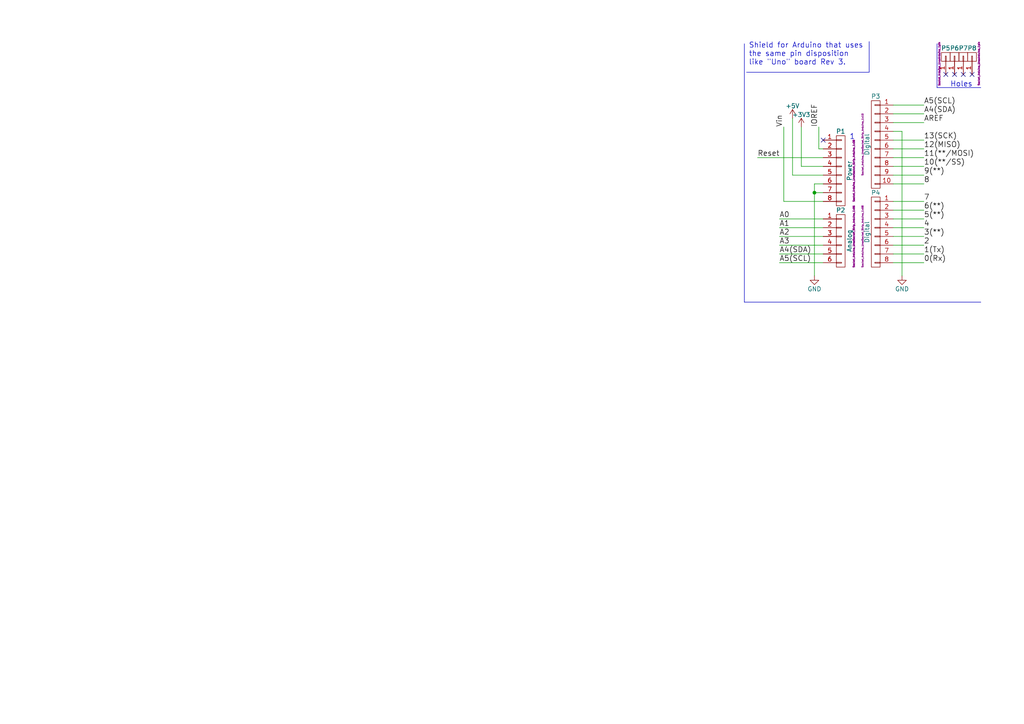
<source format=kicad_sch>
(kicad_sch (version 20230121) (generator eeschema)
  (paper "A4")
  (title_block (date "lun. 30 mars 2015"))
  (lib_symbols
    (symbol "Arduino_As_Uno-rescue:+3.3V" (power) (pin_names (offset 0))
      (property "Value" "+3.3V" (at 0 3.556 0))
      (symbol "+3.3V_0_1"
        (polyline (pts (xy -0.762 1.27) (xy 0 2.54)))
        (polyline (pts (xy 0 0) (xy 0 2.54)))
        (polyline (pts (xy 0 2.54) (xy 0.762 1.27)))
      )
      (symbol "+3.3V_1_1"
        (pin power_in line (at 0 0 90) (length 0) hide (name "+3V3") (number "1"))
      )
    )
    (symbol "Arduino_As_Uno-rescue:+5V" (power) (pin_names (offset 0))
      (property "Value" "+5V" (at 0 3.556 0))
      (symbol "+5V_0_1"
        (polyline (pts (xy -0.762 1.27) (xy 0 2.54)))
        (polyline (pts (xy 0 0) (xy 0 2.54)))
        (polyline (pts (xy 0 2.54) (xy 0.762 1.27)))
      )
      (symbol "+5V_1_1"
        (pin power_in line (at 0 0 90) (length 0) hide (name "+5V") (number "1"))
      )
    )
    (symbol "Arduino_As_Uno-rescue:CONN_01X01" (pin_names (offset 1.016) hide)
      (property "Reference" "P" (at 0 2.54 0))
      (property "Value" "CONN_01X01" (at 2.54 0 90))
      (symbol "CONN_01X01_0_1"
        (rectangle (start -1.27 0.127) (end 0.254 -0.127))
        (rectangle (start -1.27 1.27) (end 1.27 -1.27))
      )
      (symbol "CONN_01X01_1_1"
        (pin passive line (at -5.08 0 0) (length 3.81) (name "P1") (number "1"))
      )
    )
    (symbol "Arduino_As_Uno-rescue:CONN_01X06" (pin_names (offset 1.016) hide)
      (property "Reference" "P" (at 0 8.89 0))
      (property "Value" "CONN_01X06" (at 2.54 0 90))
      (symbol "CONN_01X06_0_1"
        (rectangle (start -1.27 -6.223) (end 0.254 -6.477))
        (rectangle (start -1.27 -3.683) (end 0.254 -3.937))
        (rectangle (start -1.27 -1.143) (end 0.254 -1.397))
        (rectangle (start -1.27 1.397) (end 0.254 1.143))
        (rectangle (start -1.27 3.937) (end 0.254 3.683))
        (rectangle (start -1.27 6.477) (end 0.254 6.223))
        (rectangle (start -1.27 7.62) (end 1.27 -7.62))
      )
      (symbol "CONN_01X06_1_1"
        (pin passive line (at -5.08 6.35 0) (length 3.81) (name "P1") (number "1"))
        (pin passive line (at -5.08 3.81 0) (length 3.81) (name "P2") (number "2"))
        (pin passive line (at -5.08 1.27 0) (length 3.81) (name "P3") (number "3"))
        (pin passive line (at -5.08 -1.27 0) (length 3.81) (name "P4") (number "4"))
        (pin passive line (at -5.08 -3.81 0) (length 3.81) (name "P5") (number "5"))
        (pin passive line (at -5.08 -6.35 0) (length 3.81) (name "P6") (number "6"))
      )
    )
    (symbol "Arduino_As_Uno-rescue:CONN_01X08" (pin_names (offset 1.016) hide)
      (property "Reference" "P" (at 0 11.43 0))
      (property "Value" "CONN_01X08" (at 2.54 0 90))
      (symbol "CONN_01X08_0_1"
        (rectangle (start -1.27 -10.16) (end 1.27 10.16))
        (rectangle (start -1.27 -8.763) (end 0.254 -9.017))
        (rectangle (start -1.27 -6.223) (end 0.254 -6.477))
        (rectangle (start -1.27 -3.683) (end 0.254 -3.937))
        (rectangle (start -1.27 -1.143) (end 0.254 -1.397))
        (rectangle (start -1.27 1.397) (end 0.254 1.143))
        (rectangle (start -1.27 3.937) (end 0.254 3.683))
        (rectangle (start -1.27 6.477) (end 0.254 6.223))
        (rectangle (start -1.27 9.017) (end 0.254 8.763))
      )
      (symbol "CONN_01X08_1_1"
        (pin passive line (at -5.08 8.89 0) (length 3.81) (name "P1") (number "1"))
        (pin passive line (at -5.08 6.35 0) (length 3.81) (name "P2") (number "2"))
        (pin passive line (at -5.08 3.81 0) (length 3.81) (name "P3") (number "3"))
        (pin passive line (at -5.08 1.27 0) (length 3.81) (name "P4") (number "4"))
        (pin passive line (at -5.08 -1.27 0) (length 3.81) (name "P5") (number "5"))
        (pin passive line (at -5.08 -3.81 0) (length 3.81) (name "P6") (number "6"))
        (pin passive line (at -5.08 -6.35 0) (length 3.81) (name "P7") (number "7"))
        (pin passive line (at -5.08 -8.89 0) (length 3.81) (name "P8") (number "8"))
      )
    )
    (symbol "Arduino_As_Uno-rescue:CONN_01X10" (pin_names (offset 1.016) hide)
      (property "Reference" "P" (at 0 13.97 0))
      (property "Value" "CONN_01X10" (at 2.54 0 90))
      (symbol "CONN_01X10_0_1"
        (rectangle (start -1.27 -11.303) (end 0.254 -11.557))
        (rectangle (start -1.27 -8.763) (end 0.254 -9.017))
        (rectangle (start -1.27 -6.223) (end 0.254 -6.477))
        (rectangle (start -1.27 -3.683) (end 0.254 -3.937))
        (rectangle (start -1.27 -1.143) (end 0.254 -1.397))
        (rectangle (start -1.27 1.397) (end 0.254 1.143))
        (rectangle (start -1.27 3.937) (end 0.254 3.683))
        (rectangle (start -1.27 6.477) (end 0.254 6.223))
        (rectangle (start -1.27 9.017) (end 0.254 8.763))
        (rectangle (start -1.27 11.557) (end 0.254 11.303))
        (rectangle (start -1.27 12.7) (end 1.27 -12.7))
      )
      (symbol "CONN_01X10_1_1"
        (pin passive line (at -5.08 11.43 0) (length 3.81) (name "P1") (number "1"))
        (pin passive line (at -5.08 -11.43 0) (length 3.81) (name "P10") (number "10"))
        (pin passive line (at -5.08 8.89 0) (length 3.81) (name "P2") (number "2"))
        (pin passive line (at -5.08 6.35 0) (length 3.81) (name "P3") (number "3"))
        (pin passive line (at -5.08 3.81 0) (length 3.81) (name "P4") (number "4"))
        (pin passive line (at -5.08 1.27 0) (length 3.81) (name "P5") (number "5"))
        (pin passive line (at -5.08 -1.27 0) (length 3.81) (name "P6") (number "6"))
        (pin passive line (at -5.08 -3.81 0) (length 3.81) (name "P7") (number "7"))
        (pin passive line (at -5.08 -6.35 0) (length 3.81) (name "P8") (number "8"))
        (pin passive line (at -5.08 -8.89 0) (length 3.81) (name "P9") (number "9"))
      )
    )
    (symbol "Arduino_As_Uno-rescue:GND" (power) (pin_names (offset 0))
      (property "Value" "GND" (at 0 -3.81 0))
      (symbol "GND_0_1"
        (polyline (pts (xy 0 0) (xy 0 -1.27) (xy 1.27 -1.27) (xy 0 -2.54) (xy -1.27 -1.27) (xy 0 -1.27)))
      )
      (symbol "GND_1_1"
        (pin power_in line (at 0 0 270) (length 0) hide (name "GND") (number "1"))
      )
    )
  )
  (junction (at 236.22 55.88))
  (no_connect (at 279.4 21.59))
  (no_connect (at 281.94 21.59))
  (no_connect (at 274.32 21.59))
  (no_connect (at 276.86 21.59))
  (no_connect (at 238.76 40.64))
  (wire (pts (xy 236.22 55.88) (xy 236.22 80.01)))
  (wire (pts (xy 259.08 50.8) (xy 267.97 50.8)))
  (wire (pts (xy 259.08 63.5) (xy 267.97 63.5)))
  (wire (pts (xy 259.08 66.04) (xy 267.97 66.04)))
  (wire (pts (xy 236.22 53.34) (xy 236.22 55.88)))
  (wire (pts (xy 237.49 43.18) (xy 238.76 43.18)))
  (wire (pts (xy 259.08 33.02) (xy 267.97 33.02)))
  (wire (pts (xy 238.76 68.58) (xy 226.06 68.58)))
  (wire (pts (xy 259.08 48.26) (xy 267.97 48.26)))
  (polyline (pts (xy 252.095 20.955) (xy 252.095 12.065)))
  (wire (pts (xy 238.76 50.8) (xy 229.87 50.8)))
  (wire (pts (xy 237.49 36.83) (xy 237.49 43.18)))
  (wire (pts (xy 238.76 48.26) (xy 232.41 48.26)))
  (wire (pts (xy 238.76 76.2) (xy 226.06 76.2)))
  (polyline (pts (xy 216.535 20.955) (xy 252.095 20.955)))
  (wire (pts (xy 238.76 55.88) (xy 236.22 55.88)))
  (wire (pts (xy 259.08 43.18) (xy 267.97 43.18)))
  (wire (pts (xy 259.08 73.66) (xy 267.97 73.66)))
  (wire (pts (xy 238.76 53.34) (xy 236.22 53.34)))
  (wire (pts (xy 259.08 30.48) (xy 267.97 30.48)))
  (wire (pts (xy 259.08 40.64) (xy 267.97 40.64)))
  (wire (pts (xy 227.33 58.42) (xy 227.33 36.83)))
  (polyline (pts (xy 271.78 25.4) (xy 271.78 12.7)))
  (wire (pts (xy 259.08 76.2) (xy 267.97 76.2)))
  (wire (pts (xy 259.08 38.1) (xy 261.62 38.1)))
  (wire (pts (xy 238.76 73.66) (xy 226.06 73.66)))
  (polyline (pts (xy 215.9 12.7) (xy 215.9 87.63)))
  (wire (pts (xy 238.76 58.42) (xy 227.33 58.42)))
  (polyline (pts (xy 215.9 87.63) (xy 284.48 87.63)))
  (wire (pts (xy 259.08 68.58) (xy 267.97 68.58)))
  (wire (pts (xy 238.76 66.04) (xy 226.06 66.04)))
  (wire (pts (xy 229.87 50.8) (xy 229.87 34.29)))
  (wire (pts (xy 259.08 45.72) (xy 267.97 45.72)))
  (wire (pts (xy 238.76 71.12) (xy 226.06 71.12)))
  (wire (pts (xy 238.76 45.72) (xy 219.71 45.72)))
  (wire (pts (xy 259.08 71.12) (xy 267.97 71.12)))
  (polyline (pts (xy 284.48 25.4) (xy 271.78 25.4)))
  (wire (pts (xy 238.76 63.5) (xy 226.06 63.5)))
  (wire (pts (xy 259.08 35.56) (xy 267.97 35.56)))
  (wire (pts (xy 261.62 38.1) (xy 261.62 80.01)))
  (wire (pts (xy 259.08 58.42) (xy 267.97 58.42)))
  (wire (pts (xy 259.08 60.96) (xy 267.97 60.96)))
  (wire (pts (xy 232.41 48.26) (xy 232.41 36.83)))
  (wire (pts (xy 259.08 53.34) (xy 267.97 53.34)))
  (text "Shield for Arduino that uses\nthe same pin disposition\nlike \"Uno\" board Rev 3." (at 217.17 19.05 0) (effects (font (size 1.524 1.524)) (justify left bottom)))
  (text "1" (at 246.38 40.64 0) (effects (font (size 1.524 1.524)) (justify left bottom)))
  (text "Holes" (at 275.59 25.4 0) (effects (font (size 1.524 1.524)) (justify left bottom)))
  (label "9(**)" (at 267.97 50.8 0) (effects (font (size 1.524 1.524))))
  (label "Reset" (at 219.71 45.72 0) (effects (font (size 1.524 1.524))))
  (label "7" (at 267.97 58.42 0) (effects (font (size 1.524 1.524))))
  (label "A3" (at 226.06 71.12 0) (effects (font (size 1.524 1.524))))
  (label "2" (at 267.97 71.12 0) (effects (font (size 1.524 1.524))))
  (label "A1" (at 226.06 66.04 0) (effects (font (size 1.524 1.524))))
  (label "1(Tx)" (at 267.97 73.66 0) (effects (font (size 1.524 1.524))))
  (label "13(SCK)" (at 267.97 40.64 0) (effects (font (size 1.524 1.524))))
  (label "11(**/MOSI)" (at 267.97 45.72 0) (effects (font (size 1.524 1.524))))
  (label "Vin" (at 227.33 36.83 90) (effects (font (size 1.524 1.524))))
  (label "0(Rx)" (at 267.97 76.2 0) (effects (font (size 1.524 1.524))))
  (label "8" (at 267.97 53.34 0) (effects (font (size 1.524 1.524))))
  (label "A0" (at 226.06 63.5 0) (effects (font (size 1.524 1.524))))
  (label "IOREF" (at 237.49 36.83 90) (effects (font (size 1.524 1.524))))
  (label "A4(SDA)" (at 267.97 33.02 0) (effects (font (size 1.524 1.524))))
  (label "3(**)" (at 267.97 68.58 0) (effects (font (size 1.524 1.524))))
  (label "5(**)" (at 267.97 63.5 0) (effects (font (size 1.524 1.524))))
  (label "A2" (at 226.06 68.58 0) (effects (font (size 1.524 1.524))))
  (label "12(MISO)" (at 267.97 43.18 0) (effects (font (size 1.524 1.524))))
  (label "AREF" (at 267.97 35.56 0) (effects (font (size 1.524 1.524))))
  (label "A5(SCL)" (at 226.06 76.2 0) (effects (font (size 1.524 1.524))))
  (label "A4(SDA)" (at 226.06 73.66 0) (effects (font (size 1.524 1.524))))
  (label "4" (at 267.97 66.04 0) (effects (font (size 1.524 1.524))))
  (label "6(**)" (at 267.97 60.96 0) (effects (font (size 1.524 1.524))))
  (label "A5(SCL)" (at 267.97 30.48 0) (effects (font (size 1.524 1.524))))
  (label "10(**/SS)" (at 267.97 48.26 0) (effects (font (size 1.524 1.524))))
  (symbol (lib_id "Arduino_As_Uno-rescue:CONN_01X08") (at 243.84 49.53 0) (unit 1)
    (property "Reference" "P1" (at 243.84 38.1 0))
    (property "Value" "Power" (at 246.38 49.53 90))
    (property "Footprint" "Socket_Arduino_Uno:Socket_Strip_Arduino_1x08" (at 247.65 49.53 90) (effects (font (size 0.508 0.508))))
  )
  (symbol (lib_id "Arduino_As_Uno-rescue:+3.3V") (at 232.41 36.83 0) (unit 1)
    (property "Reference" "#PWR01" (effects hide))
    (property "Value" "+3.3V" (at 232.41 33.274 0))
  )
  (symbol (lib_id "Arduino_As_Uno-rescue:+5V") (at 229.87 34.29 0) (unit 1)
    (property "Reference" "#PWR02" (effects hide))
    (property "Value" "+5V" (at 229.87 30.734 0))
  )
  (symbol (lib_id "Arduino_As_Uno-rescue:GND") (at 236.22 80.01 0) (unit 1)
    (property "Reference" "#PWR03" (effects hide))
    (property "Value" "GND" (at 236.22 83.82 0))
  )
  (symbol (lib_id "Arduino_As_Uno-rescue:GND") (at 261.62 80.01 0) (unit 1)
    (property "Reference" "#PWR04" (effects hide))
    (property "Value" "GND" (at 261.62 83.82 0))
  )
  (symbol (lib_id "Arduino_As_Uno-rescue:CONN_01X06") (at 243.84 69.85 0) (unit 1)
    (property "Reference" "P2" (at 243.84 60.96 0))
    (property "Value" "Analog" (at 246.38 69.85 90))
    (property "Footprint" "Socket_Arduino_Uno:Socket_Strip_Arduino_1x06" (at 247.65 68.58 90) (effects (font (size 0.508 0.508))))
  )
  (symbol (lib_id "Arduino_As_Uno-rescue:CONN_01X01") (at 274.32 16.51 90) (unit 1)
    (property "Reference" "P5" (at 274.32 13.97 90))
    (property "Value" "CONN_01X01" (effects hide))
    (property "Footprint" "Socket_Arduino_Uno:Arduino_1pin" (at 272.4404 18.5166 0) (effects (font (size 0.508 0.508))))
  )
  (symbol (lib_id "Arduino_As_Uno-rescue:CONN_01X01") (at 276.86 16.51 90) (unit 1)
    (property "Reference" "P6" (at 276.86 13.97 90))
    (property "Value" "CONN_01X01" (effects hide))
    (property "Footprint" "Socket_Arduino_Uno:Arduino_1pin" (effects hide))
  )
  (symbol (lib_id "Arduino_As_Uno-rescue:CONN_01X01") (at 279.4 16.51 90) (unit 1)
    (property "Reference" "P7" (at 279.4 13.97 90))
    (property "Value" "CONN_01X01" (effects hide))
    (property "Footprint" "Socket_Arduino_Uno:Arduino_1pin" (effects hide))
  )
  (symbol (lib_id "Arduino_As_Uno-rescue:CONN_01X01") (at 281.94 16.51 90) (unit 1)
    (property "Reference" "P8" (at 281.94 13.97 90))
    (property "Value" "CONN_01X01" (effects hide))
    (property "Footprint" "Socket_Arduino_Uno:Arduino_1pin" (at 283.9212 18.4404 0) (effects (font (size 0.508 0.508))))
  )
  (symbol (lib_id "Arduino_As_Uno-rescue:CONN_01X08") (at 254 67.31 0) (mirror y) (unit 1)
    (property "Reference" "P4" (at 254 55.88 0))
    (property "Value" "Digital" (at 251.46 67.31 90))
    (property "Footprint" "Socket_Arduino_Uno:Socket_Strip_Arduino_1x08" (at 250.19 68.58 90) (effects (font (size 0.508 0.508))))
  )
  (symbol (lib_id "Arduino_As_Uno-rescue:CONN_01X10") (at 254 41.91 0) (mirror y) (unit 1)
    (property "Reference" "P3" (at 254 27.94 0))
    (property "Value" "Digital" (at 251.46 41.91 90))
    (property "Footprint" "Socket_Arduino_Uno:Socket_Strip_Arduino_1x10" (at 250.19 41.91 90) (effects (font (size 0.508 0.508))))
  )
)
</source>
